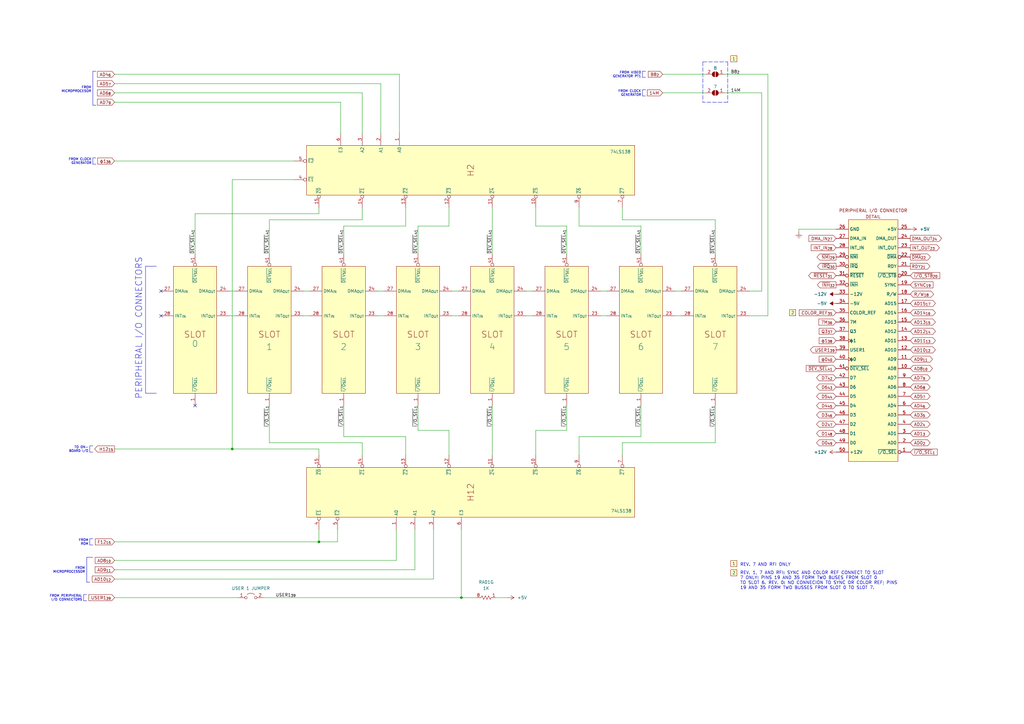
<source format=kicad_sch>
(kicad_sch (version 20211123) (generator eeschema)
  (paper "A3")
  (title_block (title "Apple II - Peripheral I/O") (date "2022-07-11") (rev "ALL") (company "Apple Computers, Inc.") (comment 1 "Original schematic by Apple Computers") (comment 2 "https://github.com/omega9380/Retro-Schematics") (comment 3 "Replication by Omega9380 - July 2022") (comment 4 "Source: The Apple II Circuit Description by W. Gayler"))
  (lib_symbols
    (symbol "Apple II:H12_74LS138"
      (property "Value" "H12_74LS138" (at -7.62 2.54 0))
      (symbol "H12_74LS138_0_0"
        (rectangle (start 0 -134.62) (end 20.32 0) (fill (type background)))
        (text "H12" (at 10.16 -67.31 0) (effects (font (size 2.54 2.54))))
      )
      (symbol "H12_74LS138_1_0"
        (pin passive line (at -5.08 -36.83 0) (length 5.08) (name "A0") (number "1"))
        (pin passive inverted (at 25.4 -93.98 180) (length 5.08) (name "~{Z5}") (number "10"))
        (pin passive inverted (at 25.4 -76.2 180) (length 5.08) (name "~{Z4}") (number "11"))
        (pin passive inverted (at 25.4 -58.42 180) (length 5.08) (name "~{Z3}") (number "12"))
        (pin passive inverted (at 25.4 -40.64 180) (length 5.08) (name "~{Z2}") (number "13"))
        (pin passive inverted (at 25.4 -22.86 180) (length 5.08) (name "~{Z1}") (number "14"))
        (pin passive inverted (at 25.4 -5.08 180) (length 5.08) (name "~{Z0}") (number "15"))
        (pin passive line (at -5.08 -44.45 0) (length 5.08) (name "A1") (number "2"))
        (pin passive line (at -5.08 -52.07 0) (length 5.08) (name "A2") (number "3"))
        (pin passive inverted (at -5.08 -5.08 0) (length 5.08) (name "~{E1}") (number "4"))
        (pin passive inverted (at -5.08 -12.7 0) (length 5.08) (name "~{E2}") (number "5"))
        (pin passive line (at -5.08 -63.5 0) (length 5.08) (name "E3") (number "6"))
        (pin passive inverted (at 25.4 -129.54 180) (length 5.08) (name "~{Z7}") (number "7"))
        (pin passive inverted (at 25.4 -111.76 180) (length 5.08) (name "~{Z6}") (number "9"))
      )
    )
    (symbol "Apple II:H2_74LS138"
      (property "Value" "H2_74LS138" (at -6.35 1.27 0))
      (symbol "H2_74LS138_0_0"
        (rectangle (start 0 0) (end 20.32 -134.62) (fill (type background)))
        (text "H2" (at 10.16 -67.31 0) (effects (font (size 2.54 2.54))))
      )
      (symbol "H2_74LS138_1_0"
        (pin passive line (at 25.4 -38.1 180) (length 5.08) (name "A0") (number "1"))
        (pin passive inverted (at -5.08 -93.98 0) (length 5.08) (name "~{Z5}") (number "10"))
        (pin passive inverted (at -5.08 -76.2 0) (length 5.08) (name "~{Z4}") (number "11"))
        (pin passive inverted (at -5.08 -58.42 0) (length 5.08) (name "~{Z3}") (number "12"))
        (pin passive inverted (at -5.08 -40.64 0) (length 5.08) (name "~{Z2}") (number "13"))
        (pin passive inverted (at -5.08 -22.86 0) (length 5.08) (name "~{Z1}") (number "14"))
        (pin passive inverted (at -5.08 -5.08 0) (length 5.08) (name "~{Z0}") (number "15"))
        (pin passive line (at 25.4 -30.48 180) (length 5.08) (name "A1") (number "2"))
        (pin passive line (at 25.4 -22.86 180) (length 5.08) (name "A2") (number "3"))
        (pin passive inverted (at 6.35 5.08 270) (length 5.08) (name "~{E1}") (number "4"))
        (pin passive inverted (at 13.97 5.08 270) (length 5.08) (name "~{E2}") (number "5"))
        (pin passive line (at 25.4 -13.97 180) (length 5.08) (name "E3") (number "6"))
        (pin passive inverted (at -5.08 -129.54 0) (length 5.08) (name "~{Z7}") (number "7"))
        (pin passive inverted (at -5.08 -111.76 0) (length 5.08) (name "~{Z6}") (number "9"))
      )
    )
    (symbol "Apple II:IO_CONN_DETAIL"
      (symbol "IO_CONN_DETAIL_0_0"
        (rectangle (start 0 0) (end 20.32 -99.06) (fill (type background)))
        (text "DETAIL" (at 10.16 1.27 0) (effects (font (size 1.27 1.27))))
        (text "PERIPHERAL I/O CONNECTOR" (at 10.16 3.81 0) (effects (font (size 1.27 1.27))))
      )
      (symbol "IO_CONN_DETAIL_1_0"
        (pin passive inverted (at 25.4 -95.25 180) (length 5.08) (name "~{I/O_SEL}") (number "1"))
        (pin passive line (at 25.4 -60.96 180) (length 5.08) (name "AD8") (number "10"))
        (pin passive line (at 25.4 -57.15 180) (length 5.08) (name "AD9") (number "11"))
        (pin passive line (at 25.4 -53.34 180) (length 5.08) (name "AD10") (number "12"))
        (pin passive line (at 25.4 -49.53 180) (length 5.08) (name "AD11") (number "13"))
        (pin passive line (at 25.4 -45.72 180) (length 5.08) (name "AD12") (number "14"))
        (pin passive line (at 25.4 -41.91 180) (length 5.08) (name "AD13") (number "15"))
        (pin passive line (at 25.4 -38.1 180) (length 5.08) (name "AD14") (number "16"))
        (pin passive line (at 25.4 -34.29 180) (length 5.08) (name "AD15") (number "17"))
        (pin passive line (at 25.4 -30.48 180) (length 5.08) (name "R/W") (number "18"))
        (pin passive line (at 25.4 -26.67 180) (length 5.08) (name "SYNC") (number "19"))
        (pin passive line (at 25.4 -91.44 180) (length 5.08) (name "AD0") (number "2"))
        (pin passive inverted (at 25.4 -22.86 180) (length 5.08) (name "~{I/O_STB}") (number "20"))
        (pin passive line (at 25.4 -19.05 180) (length 5.08) (name "RDY") (number "21"))
        (pin passive inverted (at 25.4 -15.24 180) (length 5.08) (name "~{DMA}") (number "22"))
        (pin passive line (at 25.4 -11.43 180) (length 5.08) (name "INT_OUT") (number "23"))
        (pin passive line (at 25.4 -7.62 180) (length 5.08) (name "DMA_OUT") (number "24"))
        (pin passive line (at 25.4 -3.81 180) (length 5.08) (name "+5V") (number "25"))
        (pin passive line (at -5.08 -3.81 0) (length 5.08) (name "GND") (number "26"))
        (pin passive line (at -5.08 -7.62 0) (length 5.08) (name "DMA_IN") (number "27"))
        (pin passive line (at -5.08 -11.43 0) (length 5.08) (name "INT_IN") (number "28"))
        (pin passive inverted (at -5.08 -15.24 0) (length 5.08) (name "~{NMI}") (number "29"))
        (pin passive line (at 25.4 -87.63 180) (length 5.08) (name "AD1") (number "3"))
        (pin passive inverted (at -5.08 -19.05 0) (length 5.08) (name "~{IRQ}") (number "30"))
        (pin passive inverted (at -5.08 -22.86 0) (length 5.08) (name "~{RESET}") (number "31"))
        (pin passive inverted (at -5.08 -26.67 0) (length 5.08) (name "~{INH}") (number "32"))
        (pin passive line (at -5.08 -30.48 0) (length 5.08) (name "-12V") (number "33"))
        (pin passive line (at -5.08 -34.29 0) (length 5.08) (name "-5V") (number "34"))
        (pin passive line (at -5.08 -38.1 0) (length 5.08) (name "COLOR_REF") (number "35"))
        (pin passive line (at -5.08 -41.91 0) (length 5.08) (name "7M") (number "36"))
        (pin passive line (at -5.08 -45.72 0) (length 5.08) (name "Q3") (number "37"))
        (pin passive clock (at -5.08 -49.53 0) (length 5.08) (name "ɸ1") (number "38"))
        (pin passive line (at -5.08 -53.34 0) (length 5.08) (name "USER1") (number "39"))
        (pin passive line (at 25.4 -83.82 180) (length 5.08) (name "AD2") (number "4"))
        (pin passive clock (at -5.08 -57.15 0) (length 5.08) (name "ɸ0") (number "40"))
        (pin passive inverted (at -5.08 -60.96 0) (length 5.08) (name "~{DEV_SEL}") (number "41"))
        (pin passive line (at -5.08 -64.77 0) (length 5.08) (name "D7") (number "42"))
        (pin passive line (at -5.08 -68.58 0) (length 5.08) (name "D6") (number "43"))
        (pin passive line (at -5.08 -72.39 0) (length 5.08) (name "D5") (number "44"))
        (pin passive line (at -5.08 -76.2 0) (length 5.08) (name "D4") (number "45"))
        (pin passive line (at -5.08 -80.01 0) (length 5.08) (name "D3") (number "46"))
        (pin passive line (at -5.08 -83.82 0) (length 5.08) (name "D2") (number "47"))
        (pin passive line (at -5.08 -87.63 0) (length 5.08) (name "D1") (number "48"))
        (pin passive line (at -5.08 -91.44 0) (length 5.08) (name "D0") (number "49"))
        (pin passive line (at 25.4 -80.01 180) (length 5.08) (name "AD3") (number "5"))
        (pin passive line (at -5.08 -95.25 0) (length 5.08) (name "+12V") (number "50"))
        (pin passive line (at 25.4 -76.2 180) (length 5.08) (name "AD4") (number "6"))
        (pin passive line (at 25.4 -72.39 180) (length 5.08) (name "AD5") (number "7"))
        (pin passive line (at 25.4 -68.58 180) (length 5.08) (name "AD6") (number "8"))
        (pin passive line (at 25.4 -64.77 180) (length 5.08) (name "AD7") (number "9"))
      )
    )
    (symbol "Apple II:IO_SLOT"
      (property "Value" "IO_SLOT" (at 8.89 -33.02 0))
      (symbol "IO_SLOT_0_0"
        (rectangle (start 0 0) (end 17.78 -52.07) (fill (type background)))
        (text "SLOT" (at 8.89 -27.94 0) (effects (font (size 2.54 2.54))))
      )
      (symbol "IO_SLOT_1_0"
        (pin passive line (at 8.89 -57.15 90) (length 5.08) (name "~{I/O_{SEL}}") (number "1"))
        (pin passive line (at 22.86 -20.32 180) (length 5.08) (name "INT_{OUT}") (number "23"))
        (pin passive line (at 22.86 -10.16 180) (length 5.08) (name "DMA_{OUT}") (number "24"))
        (pin passive line (at -5.08 -10.16 0) (length 5.08) (name "DMA_{IN}") (number "27"))
        (pin passive line (at -5.08 -20.32 0) (length 5.08) (name "INT_{IN}") (number "28"))
        (pin passive inverted (at 8.89 5.08 270) (length 5.08) (name "~{DEV_{SEL}}") (number "41"))
      )
    )
    (symbol "Apple II:NOTE_NUMBER"
      (property "Value" "NOTE_NUMBER" (at 0 0 0))
      (symbol "NOTE_NUMBER_0_0"
        (rectangle (start -1.27 1.27) (end 1.27 -1.27) (fill (type background)))
      )
    )
    (symbol "Apple II:R_Network08_US_Split" (pin_names (offset 0) hide)
      (property "Reference" "RN" (at 2.032 0 90))
      (property "Value" "R_Network08_US_Split" (at 5.08 0 90))
      (symbol "R_Network08_US_Split_0_1"
        (polyline (pts (xy 0 2.54) (xy 0 2.032) (xy 0.762 1.6764) (xy -0.762 1.016) (xy 0.762 0.3556) (xy -0.762 -0.3302) (xy 0.762 -1.016) (xy -0.762 -1.6764) (xy 0 -2.032) (xy 0 -2.54)))
        (pin passive line (at 0 3.81 270) (length 1.27) (name "R1.1") (number "1"))
      )
      (symbol "R_Network08_US_Split_1_1"
        (pin passive line (at 0 -3.81 90) (length 1.27) (name "R1.2") (number "2"))
      )
      (symbol "R_Network08_US_Split_2_1"
        (pin passive line (at 0 -3.81 90) (length 1.27) (name "R2.2") (number "3"))
      )
      (symbol "R_Network08_US_Split_3_1"
        (pin passive line (at 0 -3.81 90) (length 1.27) (name "R3.2") (number "4"))
      )
      (symbol "R_Network08_US_Split_4_1"
        (pin passive line (at 0 -3.81 90) (length 1.27) (name "R4.2") (number "5"))
      )
      (symbol "R_Network08_US_Split_5_1"
        (pin passive line (at 0 -3.81 90) (length 1.27) (name "R5.2") (number "6"))
      )
      (symbol "R_Network08_US_Split_6_1"
        (pin passive line (at 0 -3.81 90) (length 1.27) (name "R6.2") (number "7"))
      )
      (symbol "R_Network08_US_Split_7_1"
        (pin passive line (at 0 -3.81 90) (length 1.27) (name "R7.2") (number "8"))
      )
      (symbol "R_Network08_US_Split_8_1"
        (pin passive line (at 0 -3.81 90) (length 1.27) (name "R8.2") (number "9"))
      )
    )
    (symbol "Jumper:Jumper_2_Open" (pin_names (offset 0) hide)
      (property "Reference" "JP" (at 0 2.794 0))
      (property "Value" "Jumper_2_Open" (at 0 -2.286 0))
      (symbol "Jumper_2_Open_0_0"
        (circle (center -2.032 0) (radius 0.508))
        (circle (center 2.032 0) (radius 0.508))
      )
      (symbol "Jumper_2_Open_0_1"
        (arc (start 1.524 1.27) (mid 0 1.778) (end -1.524 1.27))
      )
      (symbol "Jumper_2_Open_1_1"
        (pin passive line (at -5.08 0 0) (length 2.54) (name "A") (number "1"))
        (pin passive line (at 5.08 0 180) (length 2.54) (name "B") (number "2"))
      )
    )
    (symbol "Jumper:SolderJumper_2_Open" (pin_names (offset 0) hide)
      (property "Reference" "JP" (at 0 2.032 0))
      (property "Value" "SolderJumper_2_Open" (at 0 -2.54 0))
      (symbol "SolderJumper_2_Open_0_1"
        (arc (start -0.254 1.016) (mid -1.27 0) (end -0.254 -1.016))
        (arc (start -0.254 1.016) (mid -1.27 0) (end -0.254 -1.016) (fill (type outline)))
        (polyline (pts (xy -0.254 1.016) (xy -0.254 -1.016)))
        (polyline (pts (xy 0.254 1.016) (xy 0.254 -1.016)))
        (arc (start 0.254 -1.016) (mid 1.27 0) (end 0.254 1.016))
        (arc (start 0.254 -1.016) (mid 1.27 0) (end 0.254 1.016) (fill (type outline)))
      )
      (symbol "SolderJumper_2_Open_1_1"
        (pin passive line (at -3.81 0 0) (length 2.54) (name "A") (number "1"))
        (pin passive line (at 3.81 0 180) (length 2.54) (name "B") (number "2"))
      )
    )
    (symbol "power:+12V" (power) (pin_names (offset 0))
      (property "Value" "+12V" (at 0 3.556 0))
      (symbol "+12V_0_1"
        (polyline (pts (xy -0.762 1.27) (xy 0 2.54)))
        (polyline (pts (xy 0 0) (xy 0 2.54)))
        (polyline (pts (xy 0 2.54) (xy 0.762 1.27)))
      )
      (symbol "+12V_1_1"
        (pin power_in line (at 0 0 90) (length 0) hide (name "+12V") (number "1"))
      )
    )
    (symbol "power:+5V" (power) (pin_names (offset 0))
      (property "Value" "+5V" (at 0 3.556 0))
      (symbol "+5V_0_1"
        (polyline (pts (xy -0.762 1.27) (xy 0 2.54)))
        (polyline (pts (xy 0 0) (xy 0 2.54)))
        (polyline (pts (xy 0 2.54) (xy 0.762 1.27)))
      )
      (symbol "+5V_1_1"
        (pin power_in line (at 0 0 90) (length 0) hide (name "+5V") (number "1"))
      )
    )
    (symbol "power:-12V" (power) (pin_names (offset 0))
      (property "Value" "-12V" (at 0 3.81 0))
      (symbol "-12V_0_0"
        (pin power_in line (at 0 0 90) (length 0) hide (name "-12V") (number "1"))
      )
      (symbol "-12V_0_1"
        (polyline (pts (xy 0 0) (xy 0 1.27) (xy 0.762 1.27) (xy 0 2.54) (xy -0.762 1.27) (xy 0 1.27)) (fill (type outline)))
      )
    )
    (symbol "power:-5V" (power) (pin_names (offset 0))
      (property "Value" "-5V" (at 0 3.81 0))
      (symbol "-5V_0_0"
        (pin power_in line (at 0 0 90) (length 0) hide (name "-5V") (number "1"))
      )
      (symbol "-5V_0_1"
        (polyline (pts (xy 0 0) (xy 0 1.27) (xy 0.762 1.27) (xy 0 2.54) (xy -0.762 1.27) (xy 0 1.27)) (fill (type outline)))
      )
    )
    (symbol "power:Earth" (power) (pin_names (offset 0))
      (symbol "Earth_0_1"
        (polyline (pts (xy -0.635 -1.905) (xy 0.635 -1.905)))
        (polyline (pts (xy -0.127 -2.54) (xy 0.127 -2.54)))
        (polyline (pts (xy 0 -1.27) (xy 0 0)))
        (polyline (pts (xy 1.27 -1.27) (xy -1.27 -1.27)))
      )
      (symbol "Earth_1_1"
        (pin power_in line (at 0 0 270) (length 0) hide (name "Earth") (number "1"))
      )
    )
  )
  (junction (at 189.23 245.11))
  (junction (at 95.25 184.15))
  (junction (at 130.81 222.25))
  (no_connect (at 66.04 129.54))
  (no_connect (at 66.04 119.38))
  (no_connect (at 80.01 166.37))
  (wire (pts (xy 130.81 87.63) (xy 80.01 87.63)))
  (polyline (pts (xy 38.1 29.21) (xy 38.1 43.18)) (stroke (width 0) (type solid)))
  (wire (pts (xy 148.59 85.09) (xy 148.59 90.17)))
  (wire (pts (xy 255.27 90.17) (xy 293.37 90.17)))
  (wire (pts (xy 110.49 90.17) (xy 110.49 104.14)))
  (wire (pts (xy 46.99 41.91) (xy 139.7 41.91)))
  (wire (pts (xy 148.59 186.69) (xy 148.59 181.61)))
  (wire (pts (xy 127 119.38) (xy 124.46 119.38)))
  (wire (pts (xy 140.97 92.71) (xy 140.97 104.14)))
  (polyline (pts (xy 39.37 43.18) (xy 38.1 43.18)) (stroke (width 0) (type solid)))
  (polyline (pts (xy 264.795 36.83) (xy 263.525 36.83)) (stroke (width 0) (type solid)))
  (wire (pts (xy 157.48 129.54) (xy 154.94 129.54)))
  (wire (pts (xy 130.81 222.25) (xy 138.43 222.25)))
  (wire (pts (xy 201.93 85.09) (xy 201.93 104.14)))
  (polyline (pts (xy 35.56 246.38) (xy 34.29 246.38)) (stroke (width 0) (type solid)))
  (polyline (pts (xy 36.83 182.88) (xy 36.83 185.42)) (stroke (width 0) (type solid)))
  (wire (pts (xy 148.59 181.61) (xy 110.49 181.61)))
  (polyline (pts (xy 263.525 29.21) (xy 263.525 31.75)) (stroke (width 0) (type solid)))
  (wire (pts (xy 80.01 87.63) (xy 80.01 104.14)))
  (wire (pts (xy 127 129.54) (xy 124.46 129.54)))
  (wire (pts (xy 232.41 176.53) (xy 232.41 166.37)))
  (wire (pts (xy 271.78 30.48) (xy 289.56 30.48)))
  (wire (pts (xy 162.56 229.87) (xy 46.99 229.87)))
  (polyline (pts (xy 38.1 64.77) (xy 38.1 67.31)) (stroke (width 0) (type solid)))
  (wire (pts (xy 177.8 217.17) (xy 177.8 237.49)))
  (polyline (pts (xy 35.56 228.6) (xy 35.56 238.76)) (stroke (width 0) (type solid)))
  (wire (pts (xy 279.4 119.38) (xy 276.86 119.38)))
  (wire (pts (xy 187.96 129.54) (xy 185.42 129.54)))
  (wire (pts (xy 148.59 90.17) (xy 110.49 90.17)))
  (polyline (pts (xy 39.37 29.21) (xy 38.1 29.21)) (stroke (width 0) (type solid)))
  (polyline (pts (xy 38.1 220.98) (xy 36.83 220.98)) (stroke (width 0) (type solid)))
  (wire (pts (xy 184.15 186.69) (xy 184.15 176.53)))
  (polyline (pts (xy 264.795 39.37) (xy 263.525 39.37)) (stroke (width 0) (type solid)))
  (wire (pts (xy 163.83 30.48) (xy 46.99 30.48)))
  (wire (pts (xy 162.56 217.17) (xy 162.56 229.87)))
  (polyline (pts (xy 288.29 25.4) (xy 288.29 41.91)))
  (polyline (pts (xy 39.37 64.77) (xy 38.1 64.77)) (stroke (width 0) (type solid)))
  (polyline (pts (xy 59.69 109.22) (xy 59.69 161.29)) (stroke (width 0) (type solid)))
  (wire (pts (xy 163.83 54.61) (xy 163.83 30.48)))
  (wire (pts (xy 170.18 233.68) (xy 46.99 233.68)))
  (wire (pts (xy 262.89 179.07) (xy 262.89 166.37)))
  (wire (pts (xy 171.45 166.37) (xy 171.45 176.53)))
  (wire (pts (xy 201.93 166.37) (xy 201.93 186.69)))
  (polyline (pts (xy 38.1 223.52) (xy 36.83 223.52)) (stroke (width 0) (type solid)))
  (wire (pts (xy 327.66 93.98) (xy 327.66 95.25)))
  (wire (pts (xy 218.44 119.38) (xy 215.9 119.38)))
  (wire (pts (xy 171.45 92.71) (xy 171.45 104.14)))
  (wire (pts (xy 255.27 181.61) (xy 293.37 181.61)))
  (polyline (pts (xy 264.795 29.21) (xy 263.525 29.21)) (stroke (width 0) (type solid)))
  (wire (pts (xy 177.8 237.49) (xy 46.99 237.49)))
  (wire (pts (xy 297.18 38.1) (xy 312.42 38.1)))
  (wire (pts (xy 293.37 181.61) (xy 293.37 166.37)))
  (wire (pts (xy 46.99 222.25) (xy 130.81 222.25)))
  (wire (pts (xy 218.44 129.54) (xy 215.9 129.54)))
  (wire (pts (xy 166.37 85.09) (xy 166.37 92.71)))
  (wire (pts (xy 237.49 186.69) (xy 237.49 179.07)))
  (wire (pts (xy 255.27 186.69) (xy 255.27 181.61)))
  (wire (pts (xy 312.42 38.1) (xy 312.42 119.38)))
  (wire (pts (xy 148.59 54.61) (xy 148.59 38.1)))
  (wire (pts (xy 166.37 92.71) (xy 140.97 92.71)))
  (polyline (pts (xy 264.795 31.75) (xy 263.525 31.75)) (stroke (width 0) (type solid)))
  (wire (pts (xy 184.15 92.71) (xy 171.45 92.71)))
  (wire (pts (xy 189.23 217.17) (xy 189.23 245.11)))
  (wire (pts (xy 166.37 179.07) (xy 140.97 179.07)))
  (wire (pts (xy 248.92 119.38) (xy 246.38 119.38)))
  (wire (pts (xy 120.65 73.66) (xy 95.25 73.66)))
  (wire (pts (xy 97.79 245.11) (xy 46.99 245.11)))
  (polyline (pts (xy 288.29 25.4) (xy 298.45 25.4)))
  (wire (pts (xy 255.27 85.09) (xy 255.27 90.17)))
  (polyline (pts (xy 35.56 243.84) (xy 34.29 243.84)) (stroke (width 0) (type solid)))
  (wire (pts (xy 271.78 38.1) (xy 289.56 38.1)))
  (wire (pts (xy 148.59 38.1) (xy 46.99 38.1)))
  (wire (pts (xy 184.15 176.53) (xy 171.45 176.53)))
  (wire (pts (xy 46.99 184.15) (xy 95.25 184.15)))
  (wire (pts (xy 184.15 85.09) (xy 184.15 92.71)))
  (polyline (pts (xy 298.45 25.4) (xy 298.45 41.91)))
  (wire (pts (xy 46.99 34.29) (xy 156.21 34.29)))
  (wire (pts (xy 342.9 93.98) (xy 327.66 93.98)))
  (polyline (pts (xy 263.525 36.83) (xy 263.525 39.37)) (stroke (width 0) (type solid)))
  (wire (pts (xy 96.52 129.54) (xy 93.98 129.54)))
  (wire (pts (xy 157.48 119.38) (xy 154.94 119.38)))
  (polyline (pts (xy 34.29 243.84) (xy 34.29 246.38)) (stroke (width 0) (type solid)))
  (wire (pts (xy 279.4 129.54) (xy 276.86 129.54)))
  (polyline (pts (xy 38.1 185.42) (xy 36.83 185.42)) (stroke (width 0) (type solid)))
  (wire (pts (xy 156.21 34.29) (xy 156.21 54.61)))
  (wire (pts (xy 46.99 66.04) (xy 120.65 66.04)))
  (wire (pts (xy 219.71 186.69) (xy 219.71 176.53)))
  (wire (pts (xy 232.41 92.71) (xy 232.41 104.14)))
  (wire (pts (xy 297.18 30.48) (xy 314.96 30.48)))
  (polyline (pts (xy 36.83 238.76) (xy 35.56 238.76)) (stroke (width 0) (type solid)))
  (wire (pts (xy 166.37 186.69) (xy 166.37 179.07)))
  (wire (pts (xy 130.81 85.09) (xy 130.81 87.63)))
  (wire (pts (xy 130.81 186.69) (xy 130.81 184.15)))
  (polyline (pts (xy 39.37 67.31) (xy 38.1 67.31)) (stroke (width 0) (type solid)))
  (wire (pts (xy 219.71 85.09) (xy 219.71 92.71)))
  (wire (pts (xy 110.49 181.61) (xy 110.49 166.37)))
  (wire (pts (xy 307.34 129.54) (xy 314.96 129.54)))
  (polyline (pts (xy 64.135 161.29) (xy 59.69 161.29)) (stroke (width 0) (type solid)))
  (wire (pts (xy 314.96 30.48) (xy 314.96 129.54)))
  (polyline (pts (xy 36.83 220.98) (xy 36.83 223.52)) (stroke (width 0) (type solid)))
  (wire (pts (xy 95.25 184.15) (xy 130.81 184.15)))
  (wire (pts (xy 140.97 179.07) (xy 140.97 166.37)))
  (wire (pts (xy 189.23 245.11) (xy 107.95 245.11)))
  (wire (pts (xy 248.92 129.54) (xy 246.38 129.54)))
  (wire (pts (xy 219.71 176.53) (xy 232.41 176.53)))
  (polyline (pts (xy 38.1 182.88) (xy 36.83 182.88)) (stroke (width 0) (type solid)))
  (wire (pts (xy 96.52 119.38) (xy 93.98 119.38)))
  (wire (pts (xy 237.49 179.07) (xy 262.89 179.07)))
  (wire (pts (xy 95.25 73.66) (xy 95.25 184.15)))
  (wire (pts (xy 237.49 92.71) (xy 262.89 92.71)))
  (wire (pts (xy 138.43 217.17) (xy 138.43 222.25)))
  (wire (pts (xy 293.37 90.17) (xy 293.37 104.14)))
  (wire (pts (xy 208.28 245.11) (xy 203.2 245.11)))
  (wire (pts (xy 262.89 92.71) (xy 262.89 104.14)))
  (wire (pts (xy 219.71 92.71) (xy 232.41 92.71)))
  (wire (pts (xy 187.96 119.38) (xy 185.42 119.38)))
  (wire (pts (xy 170.18 217.17) (xy 170.18 233.68)))
  (polyline (pts (xy 298.45 41.91) (xy 288.29 41.91)))
  (polyline (pts (xy 38.1 228.6) (xy 35.56 228.6)) (stroke (width 0) (type solid)))
  (polyline (pts (xy 64.135 109.22) (xy 59.69 109.22)) (stroke (width 0) (type solid)))
  (wire (pts (xy 130.81 217.17) (xy 130.81 222.25)))
  (wire (pts (xy 237.49 85.09) (xy 237.49 92.71)))
  (wire (pts (xy 139.7 41.91) (xy 139.7 54.61)))
  (wire (pts (xy 307.34 119.38) (xy 312.42 119.38)))
  (wire (pts (xy 189.23 245.11) (xy 195.58 245.11)))
  (text "FROM\nMICROPROCESSOR" (at 34.925 235.204 180) (effects (font (size 0.96 0.96)) (justify right bottom)))
  (text "FROM CLOCK\nGENERATOR" (at 263.017 39.624 180) (effects (font (size 0.96 0.96)) (justify right bottom)))
  (text "FROM\nROM" (at 36.322 223.774 180) (effects (font (size 0.96 0.96)) (justify right bottom)))
  (text "REV. 1, 7 AND RFI: SYNC AND COLOR REF CONNECT TO SLOT\n7 ONLY; PINS 19 AND 35 FORM TWO BUSES FROM SLOT 0\nTO SLOT 6. REV. 0: NO CONNECION TO SYNC OR COLOR REF; PINS\n19 AND 35 FORM TWO BUSSES FROM SLOT 0 TO SLOT 7." (at 303.53 241.935 0) (effects (font (size 1.27 1.27)) (justify left bottom)))
  (text "FROM CLOCK\nGENERATOR" (at 37.592 67.564 180) (effects (font (size 0.96 0.96)) (justify right bottom)))
  (text "FROM PERIPHERAL\nI/O CONNECTORS" (at 33.782 246.634 180) (effects (font (size 0.96 0.96)) (justify right bottom)))
  (text "TO ON-\nBOARD I/O" (at 36.322 185.674 180) (effects (font (size 0.96 0.96)) (justify right bottom)))
  (text "REV. 7 AND RFI ONLY" (at 303.53 232.41 0) (effects (font (size 1.27 1.27)) (justify left bottom)))
  (text "FROM\nMICROPROCESOR" (at 37.465 38.1 180) (effects (font (size 0.96 0.96)) (justify right bottom)))
  (text "FROM VIDEO\nGENERATOR PT1" (at 263.017 32.004 180) (effects (font (size 0.96 0.96)) (justify right bottom)))
  (text "PERIPHERAL I/O CONNECTORS" (at 58.42 163.83 90) (effects (font (size 2.54 2.54)) (justify left bottom)))
  (label "14M" (at 299.72 38.1 0))
  (label "B8_{2}" (at 299.72 30.48 0))
  (label "~{DEV_SEL}_{41}" (at 262.89 104.14 90))
  (label "~{DEV_SEL}_{41}" (at 110.49 104.14 90))
  (label "~{I{slash}O_SEL}_{1}" (at 262.89 166.37 270))
  (label "~{I{slash}O_SEL}_{1}" (at 232.41 166.37 270))
  (label "~{I{slash}O_SEL}_{1}" (at 171.45 166.37 270))
  (label "~{DEV_SEL}_{41}" (at 201.93 104.14 90))
  (label "USER1_{39}" (at 113.03 245.11 0))
  (label "~{DEV_SEL}_{41}" (at 171.45 104.14 90))
  (label "~{DEV_SEL}_{41}" (at 232.41 104.14 90))
  (label "~{DEV_SEL}_{41}" (at 140.97 104.14 90))
  (label "~{DEV_SEL}_{41}" (at 293.37 104.14 90))
  (label "~{I{slash}O_SEL}_{1}" (at 110.49 166.37 270))
  (label "~{I{slash}O_SEL}_{1}" (at 293.37 166.37 270))
  (label "~{I{slash}O_SEL}_{1}" (at 201.93 166.37 270))
  (label "~{DEV_SEL}_{41}" (at 80.01 104.14 90))
  (label "~{I{slash}O_SEL}_{1}" (at 140.97 166.37 270))
  (global_label "COLOR_REF_{35}" (shape input) (at 342.9 128.27 180) (property "Intersheet References" "${INTERSHEET_REFS}" (effects hide)))
  (global_label "AD8_{10}" (shape bidirectional) (at 373.38 151.13 0) (property "Intersheet References" "${INTERSHEET_REFS}" (effects hide)))
  (global_label "AD5_{7}" (shape input) (at 46.99 34.29 180) (property "Intersheet References" "${INTERSHEET_REFS}" (effects hide)))
  (global_label "14M" (shape input) (at 271.78 38.1 180) (property "Intersheet References" "${INTERSHEET_REFS}" (effects hide)))
  (global_label "~{INH}_{32}" (shape output) (at 342.9 116.84 180) (property "Intersheet References" "${INTERSHEET_REFS}" (effects hide)))
  (global_label "INT_OUT_{23}" (shape output) (at 373.38 101.6 0) (property "Intersheet References" "${INTERSHEET_REFS}" (effects hide)))
  (global_label "~{DEV_SEL}_{41}" (shape input) (at 342.9 151.13 180) (property "Intersheet References" "${INTERSHEET_REFS}" (effects hide)))
  (global_label "~{RESET}_{31}" (shape bidirectional) (at 342.9 113.03 180) (property "Intersheet References" "${INTERSHEET_REFS}" (effects hide)))
  (global_label "AD10_{12}" (shape bidirectional) (at 373.38 143.51 0) (property "Intersheet References" "${INTERSHEET_REFS}" (effects hide)))
  (global_label "~{IRQ}_{30}" (shape output) (at 342.9 109.22 180) (property "Intersheet References" "${INTERSHEET_REFS}" (effects hide)))
  (global_label "AD7_{9}" (shape input) (at 46.99 41.91 180) (property "Intersheet References" "${INTERSHEET_REFS}" (effects hide)))
  (global_label "D1_{48}" (shape bidirectional) (at 342.9 177.8 180) (property "Intersheet References" "${INTERSHEET_REFS}" (effects hide)))
  (global_label "ɸ1_{38}" (shape input) (at 342.9 139.7 180) (property "Intersheet References" "${INTERSHEET_REFS}" (effects hide)))
  (global_label "AD9_{11}" (shape input) (at 46.99 233.68 180) (property "Intersheet References" "${INTERSHEET_REFS}" (effects hide)))
  (global_label "AD9_{11}" (shape bidirectional) (at 373.38 147.32 0) (property "Intersheet References" "${INTERSHEET_REFS}" (effects hide)))
  (global_label "DMA_OUT_{24}" (shape output) (at 373.38 97.79 0) (property "Intersheet References" "${INTERSHEET_REFS}" (effects hide)))
  (global_label "AD4_{6}" (shape bidirectional) (at 373.38 166.37 0) (property "Intersheet References" "${INTERSHEET_REFS}" (effects hide)))
  (global_label "RDY_{21}" (shape output) (at 373.38 109.22 0) (property "Intersheet References" "${INTERSHEET_REFS}" (effects hide)))
  (global_label "AD1_{3}" (shape bidirectional) (at 373.38 177.8 0) (property "Intersheet References" "${INTERSHEET_REFS}" (effects hide)))
  (global_label "ɸ0_{40}" (shape input) (at 342.9 147.32 180) (property "Intersheet References" "${INTERSHEET_REFS}" (effects hide)))
  (global_label "D7_{42}" (shape bidirectional) (at 342.9 154.94 180) (property "Intersheet References" "${INTERSHEET_REFS}" (effects hide)))
  (global_label "~{DMA}_{22}" (shape output) (at 373.38 105.41 0) (property "Intersheet References" "${INTERSHEET_REFS}" (effects hide)))
  (global_label "AD5_{7}" (shape bidirectional) (at 373.38 162.56 0) (property "Intersheet References" "${INTERSHEET_REFS}" (effects hide)))
  (global_label "D3_{46}" (shape bidirectional) (at 342.9 170.18 180) (property "Intersheet References" "${INTERSHEET_REFS}" (effects hide)))
  (global_label "~{I{slash}O_STB}_{20}" (shape input) (at 373.38 113.03 0) (property "Intersheet References" "${INTERSHEET_REFS}" (effects hide)))
  (global_label "7M_{36}" (shape input) (at 342.9 132.08 180) (property "Intersheet References" "${INTERSHEET_REFS}" (effects hide)))
  (global_label "D4_{45}" (shape bidirectional) (at 342.9 166.37 180) (property "Intersheet References" "${INTERSHEET_REFS}" (effects hide)))
  (global_label "AD14_{16}" (shape bidirectional) (at 373.38 128.27 0) (property "Intersheet References" "${INTERSHEET_REFS}" (effects hide)))
  (global_label "AD10_{12}" (shape input) (at 46.99 237.49 180) (property "Intersheet References" "${INTERSHEET_REFS}" (effects hide)))
  (global_label "Q3_{37}" (shape input) (at 342.9 135.89 180) (property "Intersheet References" "${INTERSHEET_REFS}" (effects hide)))
  (global_label "R{slash}W_{18}" (shape bidirectional) (at 373.38 120.65 0) (property "Intersheet References" "${INTERSHEET_REFS}" (effects hide)))
  (global_label "B8_{2}" (shape input) (at 271.78 30.48 180) (property "Intersheet References" "${INTERSHEET_REFS}" (effects hide)))
  (global_label "~{I{slash}O_SEL}_{1}" (shape input) (at 373.38 185.42 0) (property "Intersheet References" "${INTERSHEET_REFS}" (effects hide)))
  (global_label "AD11_{13}" (shape bidirectional) (at 373.38 139.7 0) (property "Intersheet References" "${INTERSHEET_REFS}" (effects hide)))
  (global_label "F12_{15}" (shape input) (at 46.99 222.25 180) (property "Intersheet References" "${INTERSHEET_REFS}" (effects hide)))
  (global_label "USER1_{39}" (shape input) (at 46.99 245.11 180) (property "Intersheet References" "${INTERSHEET_REFS}" (effects hide)))
  (global_label "~{NMI}_{29}" (shape output) (at 342.9 105.41 180) (property "Intersheet References" "${INTERSHEET_REFS}" (effects hide)))
  (global_label "D0_{49}" (shape bidirectional) (at 342.9 181.61 180) (property "Intersheet References" "${INTERSHEET_REFS}" (effects hide)))
  (global_label "USER1_{39}" (shape output) (at 342.9 143.51 180) (property "Intersheet References" "${INTERSHEET_REFS}" (effects hide)))
  (global_label "D5_{44}" (shape bidirectional) (at 342.9 162.56 180) (property "Intersheet References" "${INTERSHEET_REFS}" (effects hide)))
  (global_label "SYNC_{19}" (shape input) (at 373.38 116.84 0) (property "Intersheet References" "${INTERSHEET_REFS}" (effects hide)))
  (global_label "AD0_{2}" (shape bidirectional) (at 373.38 181.61 0) (property "Intersheet References" "${INTERSHEET_REFS}" (effects hide)))
  (global_label "AD3_{5}" (shape bidirectional) (at 373.38 170.18 0) (property "Intersheet References" "${INTERSHEET_REFS}" (effects hide)))
  (global_label "AD6_{8}" (shape bidirectional) (at 373.38 158.75 0) (property "Intersheet References" "${INTERSHEET_REFS}" (effects hide)))
  (global_label "AD13_{15}" (shape bidirectional) (at 373.38 132.08 0) (property "Intersheet References" "${INTERSHEET_REFS}" (effects hide)))
  (global_label "INT_IN_{28}" (shape input) (at 342.9 101.6 180) (property "Intersheet References" "${INTERSHEET_REFS}" (effects hide)))
  (global_label "AD7_{9}" (shape bidirectional) (at 373.38 154.94 0) (property "Intersheet References" "${INTERSHEET_REFS}" (effects hide)))
  (global_label "DMA_IN_{27}" (shape input) (at 342.9 97.79 180) (property "Intersheet References" "${INTERSHEET_REFS}" (effects hide)))
  (global_label "AD12_{14}" (shape bidirectional) (at 373.38 135.89 0) (property "Intersheet References" "${INTERSHEET_REFS}" (effects hide)))
  (global_label "AD4_{6}" (shape input) (at 46.99 30.48 180) (property "Intersheet References" "${INTERSHEET_REFS}" (effects hide)))
  (global_label "AD2_{4}" (shape bidirectional) (at 373.38 173.99 0) (property "Intersheet References" "${INTERSHEET_REFS}" (effects hide)))
  (global_label "D2_{47}" (shape bidirectional) (at 342.9 173.99 180) (property "Intersheet References" "${INTERSHEET_REFS}" (effects hide)))
  (global_label "AD15_{17}" (shape bidirectional) (at 373.38 124.46 0) (property "Intersheet References" "${INTERSHEET_REFS}" (effects hide)))
  (global_label "D6_{43}" (shape bidirectional) (at 342.9 158.75 180) (property "Intersheet References" "${INTERSHEET_REFS}" (effects hide)))
  (global_label "H12_{15}" (shape output) (at 46.99 184.15 180) (property "Intersheet References" "${INTERSHEET_REFS}" (effects hide)))
  (global_label "AD6_{8}" (shape input) (at 46.99 38.1 180) (property "Intersheet References" "${INTERSHEET_REFS}" (effects hide)))
  (global_label "AD8_{10}" (shape input) (at 46.99 229.87 180) (property "Intersheet References" "${INTERSHEET_REFS}" (effects hide)))
  (global_label "ɸ1_{36}" (shape input) (at 46.99 66.04 180) (property "Intersheet References" "${INTERSHEET_REFS}" (effects hide)))
  (symbol (lib_id "Apple II:H12_74LS138") (at 125.73 212.09 90) (unit 1)
    (property "Reference" "H12" (effects hide))
    (property "Value" "74LS138" (at 259.08 209.55 90) (effects (justify left)))
  )
  (symbol (lib_id "Jumper:SolderJumper_2_Open") (at 293.37 30.48 0) (mirror y) (unit 1)
    (property "Reference" "JP8" (effects hide))
    (property "Value" "8" (at 293.37 27.94 0))
  )
  (symbol (lib_id "Apple II:H2_74LS138") (at 125.73 80.01 90) (unit 1)
    (property "Reference" "H2" (effects hide))
    (property "Value" "74LS138" (at 250.19 62.23 90) (effects (justify right)))
  )
  (symbol (lib_id "power:Earth") (at 327.66 95.25 0) (unit 1)
    (property "Reference" "#PWR?" (effects hide))
    (property "Value" "Earth" (effects hide))
  )
  (symbol (lib_id "power:+5V") (at 208.28 245.11 270) (unit 1)
    (property "Reference" "#PWR?" (effects hide))
    (property "Value" "+5V" (at 212.09 245.1099 90) (effects (justify left)))
  )
  (symbol (lib_id "Apple II:IO_SLOT") (at 284.48 109.22 0) (unit 1)
    (property "Reference" "S7" (effects hide))
    (property "Value" "7" (at 293.37 142.24 0) (effects (font (size 2.54 2.54))))
  )
  (symbol (lib_id "Jumper:Jumper_2_Open") (at 102.87 245.11 0) (unit 1)
    (property "Reference" "JP10" (effects hide))
    (property "Value" "USER 1 JUMPER" (at 102.87 241.3 0))
  )
  (symbol (lib_id "Apple II:IO_SLOT") (at 223.52 109.22 0) (unit 1)
    (property "Reference" "S5" (effects hide))
    (property "Value" "5" (at 232.41 142.24 0) (effects (font (size 2.54 2.54))))
  )
  (symbol (lib_id "power:+12V") (at 342.9 185.42 90) (unit 1)
    (property "Reference" "#PWR?" (effects hide))
    (property "Value" "+12V" (at 339.09 185.4199 90) (effects (justify left)))
  )
  (symbol (lib_id "Apple II:IO_SLOT") (at 132.08 109.22 0) (unit 1)
    (property "Reference" "S2" (effects hide))
    (property "Value" "2" (at 140.97 142.24 0) (effects (font (size 2.54 2.54))))
  )
  (symbol (lib_id "Apple II:IO_SLOT") (at 193.04 109.22 0) (unit 1)
    (property "Reference" "S4" (effects hide))
    (property "Value" "4" (at 201.93 142.24 0) (effects (font (size 2.54 2.54))))
  )
  (symbol (lib_id "Apple II:IO_SLOT") (at 71.12 109.22 0) (unit 1)
    (property "Reference" "S0" (effects hide))
    (property "Value" "0" (at 80.01 140.97 0) (effects (font (size 2.54 2.54))))
  )
  (symbol (lib_id "power:-12V") (at 342.9 120.65 90) (unit 1)
    (property "Reference" "#PWR?" (effects hide))
    (property "Value" "-12V" (at 339.09 120.6499 90) (effects (justify left)))
  )
  (symbol (lib_id "Apple II:R_Network08_US_Split") (at 199.39 245.11 270) (unit 7)
    (property "Reference" "RA01" (at 199.39 238.76 90))
    (property "Value" "1K" (at 199.39 241.3 90))
    (property "Footprint" "Resistor_THT:R_Array_SIP9" (effects hide))
    (property "Datasheet" "http://www.vishay.com/docs/31509/csc.pdf" (effects hide))
  )
  (symbol (lib_id "Apple II:NOTE_NUMBER") (at 300.99 234.95 0) (unit 1)
    (property "Reference" "N2" (effects hide))
    (property "Value" "2" (at 300.99 234.95 0))
  )
  (symbol (lib_id "Apple II:IO_SLOT") (at 101.6 109.22 0) (unit 1)
    (property "Reference" "S1" (effects hide))
    (property "Value" "1" (at 110.49 142.24 0) (effects (font (size 2.54 2.54))))
  )
  (symbol (lib_id "Apple II:NOTE_NUMBER") (at 300.99 24.13 0) (unit 1)
    (property "Reference" "N1" (effects hide))
    (property "Value" "1" (at 300.99 24.13 0))
  )
  (symbol (lib_id "Jumper:SolderJumper_2_Open") (at 293.37 38.1 0) (mirror y) (unit 1)
    (property "Reference" "JP7" (effects hide))
    (property "Value" "7" (at 293.37 35.56 0))
  )
  (symbol (lib_id "Apple II:NOTE_NUMBER") (at 300.99 231.14 0) (unit 1)
    (property "Reference" "N1" (effects hide))
    (property "Value" "1" (at 300.99 231.14 0))
  )
  (symbol (lib_id "power:+5V") (at 373.38 93.98 270) (unit 1)
    (property "Reference" "#PWR?" (effects hide))
    (property "Value" "+5V" (at 377.19 93.9799 90) (effects (justify left)))
  )
  (symbol (lib_id "power:-5V") (at 342.9 124.46 90) (unit 1)
    (property "Reference" "#PWR?" (effects hide))
    (property "Value" "-5V" (at 339.09 124.4599 90) (effects (justify left)))
  )
  (symbol (lib_id "Apple II:IO_SLOT") (at 162.56 109.22 0) (unit 1)
    (property "Reference" "S3" (effects hide))
    (property "Value" "3" (at 171.45 142.24 0) (effects (font (size 2.54 2.54))))
  )
  (symbol (lib_id "Apple II:IO_CONN_DETAIL") (at 347.98 90.17 0) (unit 1)
    (property "Reference" "CN?" (effects hide))
    (property "Value" "IO_CONN_DETAIL" (effects hide))
  )
  (symbol (lib_id "Apple II:IO_SLOT") (at 254 109.22 0) (unit 1)
    (property "Reference" "S6" (effects hide))
    (property "Value" "6" (at 262.89 142.24 0) (effects (font (size 2.54 2.54))))
  )
  (symbol (lib_id "Apple II:NOTE_NUMBER") (at 325.12 128.27 0) (unit 1)
    (property "Reference" "N2" (effects hide))
    (property "Value" "2" (at 325.12 128.27 0))
  )
)
</source>
